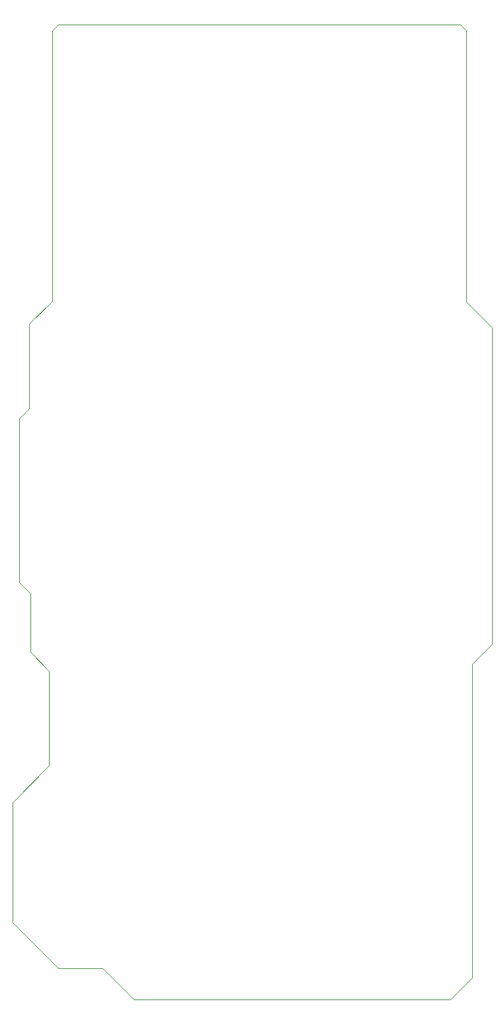
<source format=gko>
%FSLAX44Y44*%
%MOMM*%
G71*
G01*
G75*
G04 Layer_Color=16711935*
%ADD10C,0.1016*%
%ADD11C,0.7620*%
%ADD12C,1.2700*%
%ADD13C,2.5400*%
%ADD14C,2.1590*%
%ADD15R,2.1590X2.1590*%
%ADD16C,3.0000*%
%ADD17C,1.7780*%
%ADD18C,0.0762*%
D18*
X716280Y295910D02*
X773430D01*
X657860Y354330D02*
X716280Y295910D01*
X1245870Y684530D02*
X1271270Y709930D01*
Y1113790D01*
X1238250Y1146810D02*
X1271270Y1113790D01*
X1238250Y1146810D02*
Y1493520D01*
X1230630Y1501140D02*
X1238250Y1493520D01*
X716280Y1501140D02*
X1230630D01*
X708660Y1493520D02*
X716280Y1501140D01*
X708660Y1148080D02*
Y1493520D01*
X679450Y1118870D02*
X708660Y1148080D01*
X679450Y1010920D02*
Y1118870D01*
X666750Y998220D02*
X679450Y1010920D01*
X666750Y788670D02*
Y998220D01*
Y788670D02*
X680720Y774700D01*
Y699770D02*
Y774700D01*
Y699770D02*
X704850Y675640D01*
Y554990D02*
Y675640D01*
X657860Y508000D02*
X704850Y554990D01*
X657860Y354330D02*
Y508000D01*
X773430Y295910D02*
X812800Y256540D01*
X999490D01*
X1245870Y284480D02*
Y684530D01*
X1217930Y256540D02*
X1245870Y284480D01*
X999490Y256540D02*
X1217930D01*
M02*

</source>
